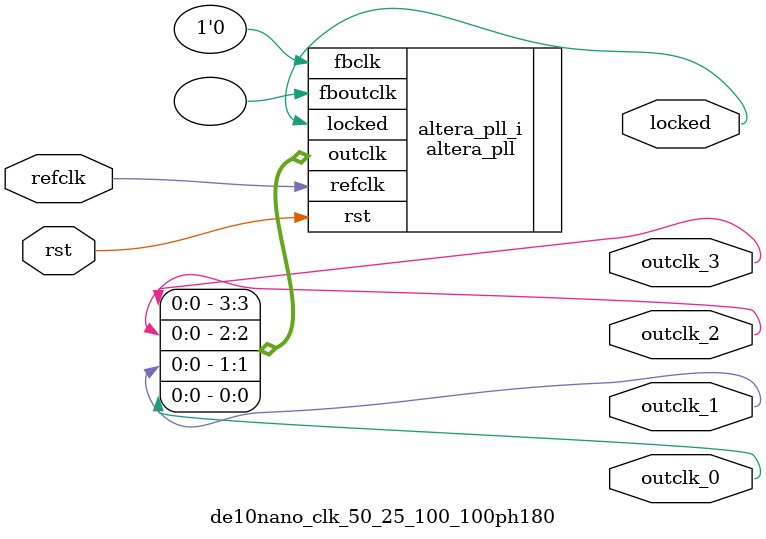
<source format=v>
`timescale 1ns/10ps

module  de10nano_clk_50_25_100_100ph180(
	input refclk,
	input rst,
	output outclk_0,
	output outclk_1,
	output outclk_2,
  output outclk_3,
	output locked
);

	altera_pll #(
		.fractional_vco_multiplier("true"),
		.reference_clock_frequency("50.0 MHz"),
		.operation_mode("direct"),
		.number_of_clocks(4),

		.output_clock_frequency0("50.000000 MHz"),
		.phase_shift0("0 ps"),
		.duty_cycle0(50),

		.output_clock_frequency1("25.000000 MHz"),
		.phase_shift1("0 ps"),
		.duty_cycle1(50),

		.output_clock_frequency2("100.000000 MHz"),
		.phase_shift2("0 ps"),
		.duty_cycle2(50),

		.output_clock_frequency3("100.000000 MHz"),
		.phase_shift3("5000 ps"),
		.duty_cycle3(50),

		.output_clock_frequency4("0 MHz"),
		.phase_shift4("0 ps"),
		.duty_cycle4(50),
		.output_clock_frequency5("0 MHz"),
		.phase_shift5("0 ps"),
		.duty_cycle5(50),
		.output_clock_frequency6("0 MHz"),
		.phase_shift6("0 ps"),
		.duty_cycle6(50),
		.output_clock_frequency7("0 MHz"),
		.phase_shift7("0 ps"),
		.duty_cycle7(50),
		.output_clock_frequency8("0 MHz"),
		.phase_shift8("0 ps"),
		.duty_cycle8(50),
		.output_clock_frequency9("0 MHz"),
		.phase_shift9("0 ps"),
		.duty_cycle9(50),
		.output_clock_frequency10("0 MHz"),
		.phase_shift10("0 ps"),
		.duty_cycle10(50),
		.output_clock_frequency11("0 MHz"),
		.phase_shift11("0 ps"),
		.duty_cycle11(50),
		.output_clock_frequency12("0 MHz"),
		.phase_shift12("0 ps"),
		.duty_cycle12(50),
		.output_clock_frequency13("0 MHz"),
		.phase_shift13("0 ps"),
		.duty_cycle13(50),
		.output_clock_frequency14("0 MHz"),
		.phase_shift14("0 ps"),
		.duty_cycle14(50),
		.output_clock_frequency15("0 MHz"),
		.phase_shift15("0 ps"),
		.duty_cycle15(50),
		.output_clock_frequency16("0 MHz"),
		.phase_shift16("0 ps"),
		.duty_cycle16(50),
		.output_clock_frequency17("0 MHz"),
		.phase_shift17("0 ps"),
		.duty_cycle17(50),
		.pll_type("General"),
		.pll_subtype("General")
	) altera_pll_i (
		.rst	(rst),
		.outclk	({outclk_3, outclk_2, outclk_1, outclk_0}),
		.locked	(locked),
		.fboutclk	( ),
		.fbclk	(1'b0),
		.refclk	(refclk)
	);
endmodule


</source>
